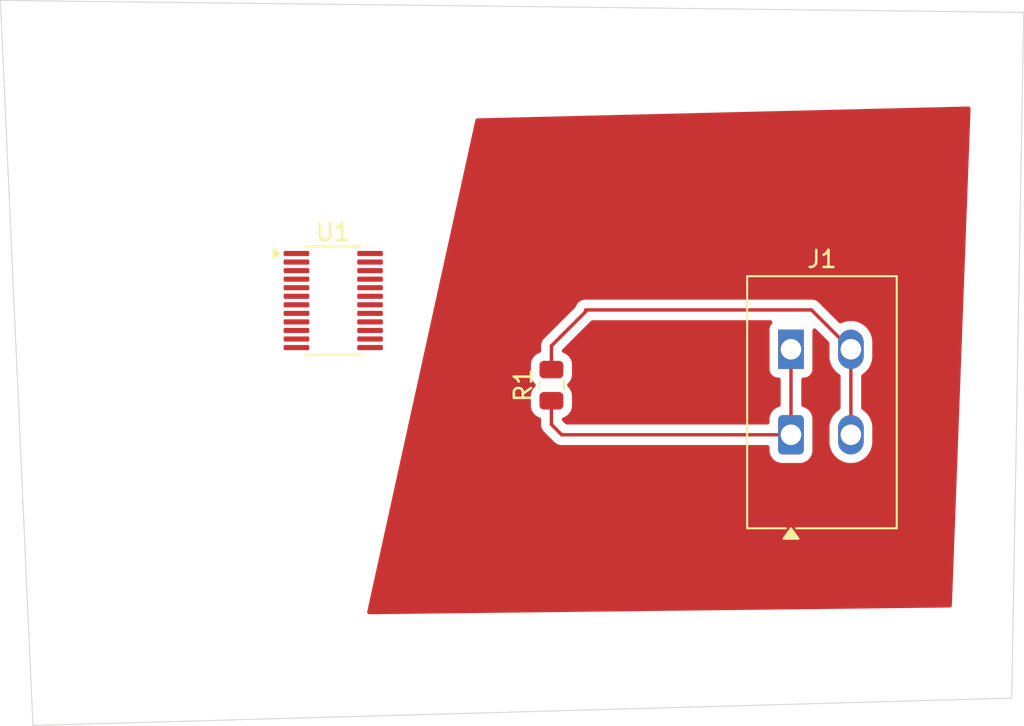
<source format=kicad_pcb>
(kicad_pcb (version 20241229) (generator "pcbnew") (generator_version "9.0")
  (layers (0 "F.Cu" signal) (2 "B.Cu" signal) (13 "F.Paste" user) (15 "B.Paste" user) (5 "F.SilkS" user "F.Silkscreen") (7 "B.SilkS" user "B.Silkscreen") (1 "F.Mask" user) (3 "B.Mask" user) (25 "Edge.Cuts" user))
  (net 0 "")
  (net 1 "Net-(J1-Pin_1)")
  (net 2 "Net-(J1-Pin_2)")
  (footprint "txe8116:Texas_DGS0024A_TSSOP-24_3x6.1mm_P0.5mm" (layer "F.Cu") (at 143.75 78.55)
    (property "Reference" "U1" (at 0 -4 0) (layer "F.SilkS"))
    (property "Value" "TXE8116")
    (fp_line (start -1.61 -3.16) (end 1.61 -3.16) (stroke (width 0.12)) (layer "F.SilkS"))
    (fp_line (start 1.61 3.16) (end -1.61 3.16) (stroke (width 0.12)) (layer "F.SilkS"))
    (fp_poly (pts (xy -3.16 -2.75) (xy -3.49 -2.51) (xy -3.49 -2.99)) (stroke (width 0.12)) (fill yes) (layer "F.SilkS"))
    (pad "1" smd roundrect (at -2.15 -2.75) (size 1.5 0.3) (layers "F.Cu" "F.Mask" "F.Paste"))
    (pad "2" smd roundrect (at -2.15 -2.25) (size 1.5 0.3) (layers "F.Cu" "F.Mask" "F.Paste"))
    (pad "3" smd roundrect (at -2.15 -1.75) (size 1.5 0.3) (layers "F.Cu" "F.Mask" "F.Paste"))
    (pad "4" smd roundrect (at -2.15 -1.25) (size 1.5 0.3) (layers "F.Cu" "F.Mask" "F.Paste"))
    (pad "5" smd roundrect (at -2.15 -0.75) (size 1.5 0.3) (layers "F.Cu" "F.Mask" "F.Paste"))
    (pad "6" smd roundrect (at -2.15 -0.25) (size 1.5 0.3) (layers "F.Cu" "F.Mask" "F.Paste"))
    (pad "7" smd roundrect (at -2.15 0.25) (size 1.5 0.3) (layers "F.Cu" "F.Mask" "F.Paste"))
    (pad "8" smd roundrect (at -2.15 0.75) (size 1.5 0.3) (layers "F.Cu" "F.Mask" "F.Paste"))
    (pad "9" smd roundrect (at -2.15 1.25) (size 1.5 0.3) (layers "F.Cu" "F.Mask" "F.Paste"))
    (pad "10" smd roundrect (at -2.15 1.75) (size 1.5 0.3) (layers "F.Cu" "F.Mask" "F.Paste"))
    (pad "11" smd roundrect (at -2.15 2.25) (size 1.5 0.3) (layers "F.Cu" "F.Mask" "F.Paste"))
    (pad "12" smd roundrect (at -2.15 2.75) (size 1.5 0.3) (layers "F.Cu" "F.Mask" "F.Paste"))
    (pad "13" smd roundrect (at 2.15 2.75) (size 1.5 0.3) (layers "F.Cu" "F.Mask" "F.Paste"))
    (pad "14" smd roundrect (at 2.15 2.25) (size 1.5 0.3) (layers "F.Cu" "F.Mask" "F.Paste"))
    (pad "15" smd roundrect (at 2.15 1.75) (size 1.5 0.3) (layers "F.Cu" "F.Mask" "F.Paste"))
    (pad "16" smd roundrect (at 2.15 1.25) (size 1.5 0.3) (layers "F.Cu" "F.Mask" "F.Paste"))
    (pad "17" smd roundrect (at 2.15 0.75) (size 1.5 0.3) (layers "F.Cu" "F.Mask" "F.Paste"))
    (pad "18" smd roundrect (at 2.15 0.25) (size 1.5 0.3) (layers "F.Cu" "F.Mask" "F.Paste"))
    (pad "19" smd roundrect (at 2.15 -0.25) (size 1.5 0.3) (layers "F.Cu" "F.Mask" "F.Paste"))
    (pad "20" smd roundrect (at 2.15 -0.75) (size 1.5 0.3) (layers "F.Cu" "F.Mask" "F.Paste"))
    (pad "21" smd roundrect (at 2.15 -1.25) (size 1.5 0.3) (layers "F.Cu" "F.Mask" "F.Paste"))
    (pad "22" smd roundrect (at 2.15 -1.75) (size 1.5 0.3) (layers "F.Cu" "F.Mask" "F.Paste"))
    (pad "23" smd roundrect (at 2.15 -2.25) (size 1.5 0.3) (layers "F.Cu" "F.Mask" "F.Paste"))
    (pad "24" smd roundrect (at 2.15 -2.75) (size 1.5 0.3) (layers "F.Cu" "F.Mask" "F.Paste"))
  )
  (footprint "TerminalBlock_WAGO:TerminalBlock_WAGO_2601-1102_1x02_P3.50mm_Horizontal" (layer "F.Cu") (at 170.5 86.4)
    (property "Reference" "J1" (at 1.81 -10.27 0) (layer "F.SilkS"))
    (property "Value" "Screw_Terminal_01x02")
    (fp_line (start -2.56 -9.27) (end 6.18 -9.27) (stroke (width 0.12)) (layer "F.SilkS"))
    (fp_line (start -2.56 5.47) (end -2.56 -9.27) (stroke (width 0.12)) (layer "F.SilkS"))
    (fp_line (start -0.3 5.47) (end -2.56 5.47) (stroke (width 0.12)) (layer "F.SilkS"))
    (fp_line (start 6.18 -9.27) (end 6.18 5.47) (stroke (width 0.12)) (layer "F.SilkS"))
    (fp_line (start 6.18 5.47) (end 0.3 5.47) (stroke (width 0.12)) (layer "F.SilkS"))
    (fp_poly (pts (xy 0 5.47) (xy 0.44 6.08) (xy -0.44 6.08)) (stroke (width 0.12)) (fill yes) (layer "F.SilkS"))
    (pad "1" thru_hole rect (at 0 -5) (size 1.5 2.3) (drill 1.2) (layers "*.Cu" "*.Mask") (net 1 "Net-(J1-Pin_1)"))
    (pad "1" thru_hole roundrect (at 0 0) (size 1.5 2.3) (drill 1.2) (layers "*.Cu" "*.Mask") (roundrect_rratio 0.166667) (net 1 "Net-(J1-Pin_1)"))
    (pad "2" thru_hole oval (at 3.5 -5) (size 1.5 2.3) (drill 1.2) (layers "*.Cu" "*.Mask") (net 2 "Net-(J1-Pin_2)"))
    (pad "2" thru_hole oval (at 3.5 0) (size 1.5 2.3) (drill 1.2) (layers "*.Cu" "*.Mask") (net 2 "Net-(J1-Pin_2)"))
  )
  (footprint "Resistor_SMD:R_0805_2012Metric" (layer "F.Cu") (at 156.5 83.5 90)
    (property "Reference" "R1" (at 0 -1.65 90) (layer "F.SilkS"))
    (property "Value" "100k")
    (fp_line (start -0.227064 -0.735) (end 0.227064 -0.735) (stroke (width 0.12)) (layer "F.SilkS"))
    (fp_line (start -0.227064 0.735) (end 0.227064 0.735) (stroke (width 0.12)) (layer "F.SilkS"))
    (pad "1" smd roundrect (at -0.9125 0 90) (size 1.025 1.4) (layers "F.Cu" "F.Mask" "F.Paste") (roundrect_rratio 0.243902) (net 1 "Net-(J1-Pin_1)"))
    (pad "2" smd roundrect (at 0.9125 0 90) (size 1.025 1.4) (layers "F.Cu" "F.Mask" "F.Paste") (roundrect_rratio 0.243902) (net 2 "Net-(J1-Pin_2)"))
  )
  (gr_line (start 184.1 61.7) (end 183.4 101.8) (stroke (width 0.05)) (layer "Edge.Cuts"))
  (gr_line (start 124.3 61) (end 184.1 61.7) (stroke (width 0.05)) (layer "Edge.Cuts"))
  (gr_line (start 126.2 103.4) (end 124.3 61) (stroke (width 0.05)) (layer "Edge.Cuts"))
  (gr_line (start 183.4 101.8) (end 126.2 103.4) (stroke (width 0.05)) (layer "Edge.Cuts"))
  (segment (start 170.5 86.4) (end 157.1 86.4) (width 0.2) (layer "F.Cu") (net 1))
  (segment (start 157.1 86.4) (end 156.5 85.8) (width 0.2) (layer "F.Cu") (net 1))
  (segment (start 170.5 81.4) (end 170.5 86.4) (width 0.2) (layer "F.Cu") (net 1))
  (segment (start 156.5 85.8) (end 156.5 84.4125) (width 0.2) (layer "F.Cu") (net 1))
  (segment (start 158.5 79.2) (end 156.5 81.2) (width 0.2) (layer "F.Cu") (net 2))
  (segment (start 174 81.4) (end 171.7 79.1) (width 0.2) (layer "F.Cu") (net 2))
  (segment (start 156.5 81.2) (end 156.5 82.5875) (width 0.2) (layer "F.Cu") (net 2))
  (segment (start 171.7 79.1) (end 158.5 79.1) (width 0.2) (layer "F.Cu") (net 2))
  (segment (start 158.5 79.1) (end 158.5 79.2) (width 0.2) (layer "F.Cu") (net 2))
  (segment (start 174 81.4) (end 174 86.4) (width 0.2) (layer "F.Cu") (net 2))
  (zone (net 0) (net_name "") (layer "F.Cu") (connect_pads (clearance 0.5)) (min_thickness 0.25) (fill yes (thermal_gap 0.5) (thermal_bridge_width 0.5) (island_removal_mode 1) (island_area_min 10))
    (polygon (pts (xy 152 67.9) (xy 181 67.2) (xy 179.9 96.5) (xy 145.7 96.9) (xy 152.1 67.8) (xy 152.2 67.9)))
  )
)
</source>
